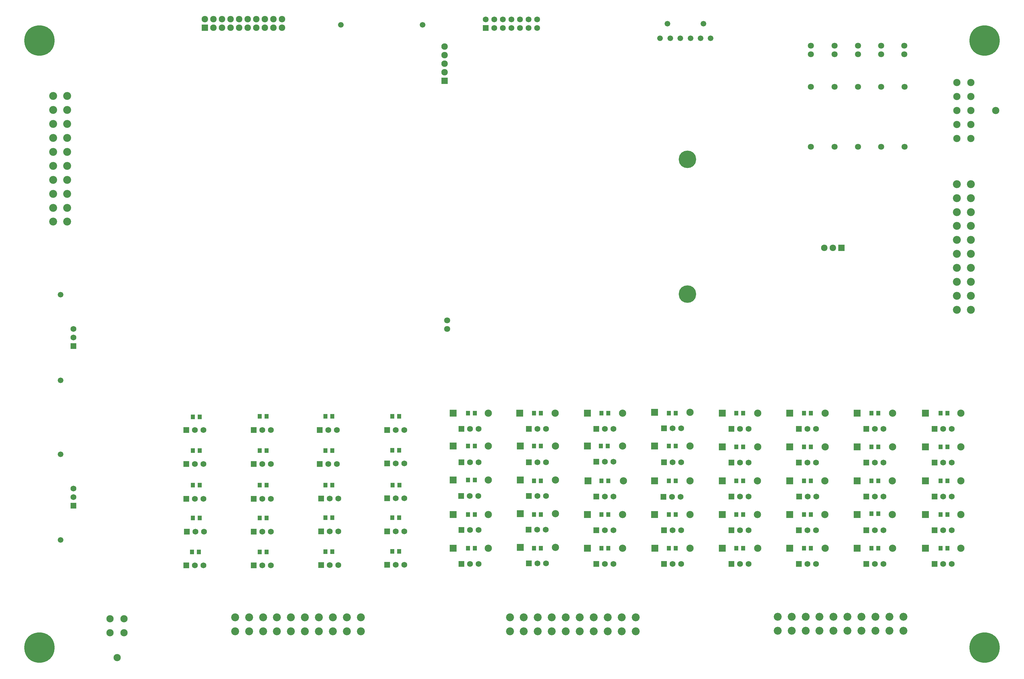
<source format=gbr>
%TF.GenerationSoftware,Altium Limited,Altium Designer,18.0.11 (651)*%
G04 Layer_Color=16711935*
%FSLAX26Y26*%
%MOIN*%
%TF.FileFunction,Soldermask,Bot*%
%TF.Part,Single*%
G01*
G75*
%TA.AperFunction,SMDPad,CuDef*%
%ADD94R,0.045906X0.055906*%
%TA.AperFunction,ComponentPad*%
%ADD95C,0.067906*%
%ADD96R,0.067906X0.067906*%
%ADD97R,0.084646X0.084646*%
%ADD98C,0.084646*%
%ADD99R,0.068898X0.068898*%
%ADD100C,0.068898*%
%ADD101C,0.065906*%
%TA.AperFunction,ViaPad*%
%ADD102C,0.065906*%
%TA.AperFunction,ComponentPad*%
%ADD103C,0.075906*%
%ADD104R,0.075906X0.075906*%
%ADD105R,0.068898X0.068898*%
%ADD106C,0.070866*%
%ADD107C,0.070906*%
%TA.AperFunction,ViaPad*%
%ADD108C,0.204725*%
%ADD109C,0.354331*%
%TA.AperFunction,ComponentPad*%
%ADD110R,0.075906X0.075906*%
%ADD111C,0.092520*%
%ADD112C,0.005906*%
D94*
X2960472Y1906299D02*
D03*
X3040472D02*
D03*
X2960471Y1512598D02*
D03*
X3040471D02*
D03*
X2173070D02*
D03*
X2253070D02*
D03*
X2180944Y1906299D02*
D03*
X2260944D02*
D03*
X2180944Y2292126D02*
D03*
X2260944D02*
D03*
X2960472D02*
D03*
X3040472D02*
D03*
X2960472Y2693701D02*
D03*
X3040472D02*
D03*
X2960472Y3095276D02*
D03*
X3040472D02*
D03*
X2180944Y3087401D02*
D03*
X2260944D02*
D03*
X2180944Y2693701D02*
D03*
X2260944D02*
D03*
X4507874Y2698032D02*
D03*
X4587874D02*
D03*
X4510709Y2291338D02*
D03*
X4590709D02*
D03*
X4507874Y1516929D02*
D03*
X4587874D02*
D03*
X4507874Y1910630D02*
D03*
X4587874D02*
D03*
X3729213Y1512992D02*
D03*
X3809213D02*
D03*
X3729213Y1910630D02*
D03*
X3809213D02*
D03*
X3729213Y2292520D02*
D03*
X3809213D02*
D03*
X3729213Y2696032D02*
D03*
X3809213D02*
D03*
X3729213Y3095669D02*
D03*
X3809213D02*
D03*
X4507874D02*
D03*
X4587874D02*
D03*
X10177165Y3129921D02*
D03*
X10097165D02*
D03*
X10178425Y2736220D02*
D03*
X10098425D02*
D03*
X6241417Y1948819D02*
D03*
X6161417D02*
D03*
X6241417Y1555118D02*
D03*
X6161417D02*
D03*
X7027559Y3129921D02*
D03*
X6947559D02*
D03*
X7021654Y2746063D02*
D03*
X6941654D02*
D03*
X10984252Y1555118D02*
D03*
X10904252D02*
D03*
X9392132Y3129921D02*
D03*
X9312132D02*
D03*
X9392132Y2736220D02*
D03*
X9312132D02*
D03*
X10984252Y3129921D02*
D03*
X10904252D02*
D03*
X7816221Y1555118D02*
D03*
X7736221D02*
D03*
X8602362Y2736220D02*
D03*
X8522362D02*
D03*
X10985512D02*
D03*
X10905512D02*
D03*
X6241417Y3129921D02*
D03*
X6161417D02*
D03*
X8602362Y2342520D02*
D03*
X8522362D02*
D03*
X10984252D02*
D03*
X10904252D02*
D03*
X6241417Y2746063D02*
D03*
X6161417D02*
D03*
X8603622Y1948819D02*
D03*
X8523622D02*
D03*
X9392132Y1555118D02*
D03*
X9312132D02*
D03*
X8603622D02*
D03*
X8523622D02*
D03*
X10984252Y1948819D02*
D03*
X10904252D02*
D03*
X7028819Y2342520D02*
D03*
X6948819D02*
D03*
X6241417D02*
D03*
X6161417D02*
D03*
X7028819Y1948819D02*
D03*
X6948819D02*
D03*
X7027559Y1555118D02*
D03*
X6947559D02*
D03*
X5473701Y3129921D02*
D03*
X5393701D02*
D03*
X10178425Y2342520D02*
D03*
X10098425D02*
D03*
X5472441Y2746063D02*
D03*
X5392441D02*
D03*
X7816221Y3129921D02*
D03*
X7736221D02*
D03*
X10177165Y1958661D02*
D03*
X10097165D02*
D03*
X5473701Y2352362D02*
D03*
X5393701D02*
D03*
X10178425Y1555118D02*
D03*
X10098425D02*
D03*
X5472441Y1948819D02*
D03*
X5392441D02*
D03*
X7816221Y2342520D02*
D03*
X7736221D02*
D03*
X8603622Y3129921D02*
D03*
X8523622D02*
D03*
X5472441Y1555118D02*
D03*
X5392441D02*
D03*
X7816221Y1948819D02*
D03*
X7736221D02*
D03*
X9391024D02*
D03*
X9311024D02*
D03*
X7816221Y2746063D02*
D03*
X7736221D02*
D03*
X9391024Y2342520D02*
D03*
X9311024D02*
D03*
D95*
X5697244Y7628346D02*
D03*
X5797244D02*
D03*
X5697244Y7728346D02*
D03*
X6197244Y7628346D02*
D03*
Y7728346D02*
D03*
X6097244Y7628346D02*
D03*
Y7728346D02*
D03*
X5997244Y7628346D02*
D03*
Y7728346D02*
D03*
X5897244Y7628346D02*
D03*
Y7728346D02*
D03*
X5797244D02*
D03*
X5597244D02*
D03*
D96*
Y7628346D02*
D03*
D97*
X10729134Y1555118D02*
D03*
Y1948819D02*
D03*
Y2342520D02*
D03*
Y2736220D02*
D03*
Y3129921D02*
D03*
X9933465Y1555118D02*
D03*
X9931890Y1948819D02*
D03*
Y2342520D02*
D03*
X9933465Y2736220D02*
D03*
Y3129921D02*
D03*
X9146063Y1555118D02*
D03*
X9144488Y1948819D02*
D03*
Y2342520D02*
D03*
X9146063Y2736220D02*
D03*
Y3129921D02*
D03*
X8358661Y1555118D02*
D03*
X8357087Y1948819D02*
D03*
Y2342520D02*
D03*
X8358661Y2736220D02*
D03*
Y3129921D02*
D03*
X7571260Y1555118D02*
D03*
X7569685Y1948819D02*
D03*
Y2342520D02*
D03*
Y2746063D02*
D03*
Y3139764D02*
D03*
X6783858Y1555118D02*
D03*
Y1948819D02*
D03*
X6792126Y2342520D02*
D03*
X6783858Y2746063D02*
D03*
Y3129921D02*
D03*
X6000787Y1564961D02*
D03*
Y1958661D02*
D03*
Y2352362D02*
D03*
Y2746063D02*
D03*
X5996457Y3129921D02*
D03*
X5217323Y1555118D02*
D03*
Y1948819D02*
D03*
Y2352362D02*
D03*
Y2746063D02*
D03*
Y3129921D02*
D03*
D98*
X11140945Y1555118D02*
D03*
Y1948819D02*
D03*
Y2342520D02*
D03*
Y2736220D02*
D03*
Y3129921D02*
D03*
X10345276Y1555118D02*
D03*
X10343701Y1948819D02*
D03*
Y2342520D02*
D03*
X10345276Y2736220D02*
D03*
Y3129921D02*
D03*
X9557874Y1555118D02*
D03*
X9556299Y1948819D02*
D03*
Y2342520D02*
D03*
X9557874Y2736220D02*
D03*
Y3129921D02*
D03*
X8770472Y1555118D02*
D03*
X8768898Y1948819D02*
D03*
Y2342520D02*
D03*
X8770472Y2736220D02*
D03*
Y3129921D02*
D03*
X7983071Y1555118D02*
D03*
X7981496Y1948819D02*
D03*
Y2342520D02*
D03*
Y2746063D02*
D03*
Y3139764D02*
D03*
X7195669Y1555118D02*
D03*
Y1948819D02*
D03*
X7203937Y2342520D02*
D03*
X7195669Y2746063D02*
D03*
Y3129921D02*
D03*
X6412598Y1564961D02*
D03*
Y1958661D02*
D03*
Y2352362D02*
D03*
Y2746063D02*
D03*
X6408268Y3129921D02*
D03*
X5629134Y1555118D02*
D03*
Y1948819D02*
D03*
Y2352362D02*
D03*
Y2746063D02*
D03*
Y3129921D02*
D03*
X11548819Y6664567D02*
D03*
X11259843Y6990551D02*
D03*
Y6827559D02*
D03*
Y6664567D02*
D03*
Y6501575D02*
D03*
Y6338583D02*
D03*
X11096850D02*
D03*
Y6990551D02*
D03*
Y6827559D02*
D03*
Y6664567D02*
D03*
Y6501575D02*
D03*
X1214961Y730693D02*
D03*
X1377953D02*
D03*
Y567701D02*
D03*
X1214961D02*
D03*
X1298425Y278724D02*
D03*
D99*
X10039370Y1371653D02*
D03*
Y1765354D02*
D03*
Y2159055D02*
D03*
Y2552756D02*
D03*
Y2946456D02*
D03*
X8464567Y1371653D02*
D03*
Y1765354D02*
D03*
Y2159055D02*
D03*
Y2552756D02*
D03*
X6889764Y1371653D02*
D03*
Y1765354D02*
D03*
X6888189Y2159055D02*
D03*
X6889764Y2564961D02*
D03*
X6888189Y2946456D02*
D03*
X5314961Y1371653D02*
D03*
Y1768504D02*
D03*
X5313386Y2165354D02*
D03*
X5314961Y2559055D02*
D03*
Y2946456D02*
D03*
X4449213Y1362599D02*
D03*
Y1751575D02*
D03*
Y2137008D02*
D03*
Y2545351D02*
D03*
X3677871Y1356299D02*
D03*
Y1750000D02*
D03*
Y2133859D02*
D03*
X3660631Y2537402D02*
D03*
X3661812Y2934252D02*
D03*
X4449213D02*
D03*
X7677165Y2952756D02*
D03*
Y2559055D02*
D03*
X7672366Y2155512D02*
D03*
X7677165Y1765354D02*
D03*
Y1371653D02*
D03*
X6100787Y2946456D02*
D03*
X6102362Y2559055D02*
D03*
Y2165354D02*
D03*
X6097562Y1771654D02*
D03*
X6102362Y1377953D02*
D03*
X10835039Y2946456D02*
D03*
Y2552756D02*
D03*
Y2159055D02*
D03*
Y1765354D02*
D03*
Y1371653D02*
D03*
X9251969Y2946456D02*
D03*
Y2552756D02*
D03*
X9255118Y2159055D02*
D03*
X9251969Y1765354D02*
D03*
Y1371653D02*
D03*
X8464567Y2946456D02*
D03*
X2892126Y2933071D02*
D03*
Y2536220D02*
D03*
Y2132677D02*
D03*
Y1748819D02*
D03*
Y1355118D02*
D03*
X2104724Y2933071D02*
D03*
Y2536220D02*
D03*
Y2132677D02*
D03*
X2113469Y1748819D02*
D03*
X2104724Y1355118D02*
D03*
D100*
X10139370Y1371653D02*
D03*
X10239370D02*
D03*
X10139370Y1765354D02*
D03*
X10239370D02*
D03*
X10139370Y2159055D02*
D03*
X10239370D02*
D03*
X10139370Y2552756D02*
D03*
X10239370D02*
D03*
X10139370Y2946456D02*
D03*
X10239370D02*
D03*
X8564567Y1371653D02*
D03*
X8664567D02*
D03*
X8564567Y1765354D02*
D03*
X8664567D02*
D03*
X8564567Y2159055D02*
D03*
X8664567D02*
D03*
X8564567Y2552756D02*
D03*
X8664567D02*
D03*
X6989764Y1371653D02*
D03*
X7089764D02*
D03*
X6989764Y1765354D02*
D03*
X7089764D02*
D03*
X6988189Y2159055D02*
D03*
X7088189D02*
D03*
X6989764Y2564961D02*
D03*
X7089764D02*
D03*
X6988189Y2946456D02*
D03*
X7088189D02*
D03*
X5414961Y1371653D02*
D03*
X5514961D02*
D03*
X5414961Y1768504D02*
D03*
X5514961D02*
D03*
X5413386Y2165354D02*
D03*
X5513386D02*
D03*
X5414961Y2559055D02*
D03*
X5514961D02*
D03*
X5414961Y2946456D02*
D03*
X5514961D02*
D03*
X4549213Y1362599D02*
D03*
X4649213D02*
D03*
X4549213Y1751575D02*
D03*
X4649213D02*
D03*
X4549213Y2137008D02*
D03*
X4649213D02*
D03*
X4549213Y2545351D02*
D03*
X4649213D02*
D03*
X3777871Y1356299D02*
D03*
X3877871D02*
D03*
X3777871Y1750000D02*
D03*
X3877871D02*
D03*
X3777871Y2133859D02*
D03*
X3877871D02*
D03*
X3760631Y2537402D02*
D03*
X3860631D02*
D03*
X3761812Y2934252D02*
D03*
X3861812D02*
D03*
X787402Y4114173D02*
D03*
Y4014173D02*
D03*
X4549213Y2934252D02*
D03*
X4649213D02*
D03*
X7877165Y2952756D02*
D03*
X7777165D02*
D03*
X7877165Y2559055D02*
D03*
X7777165D02*
D03*
X7872366Y2155512D02*
D03*
X7772366D02*
D03*
X7877165Y1765354D02*
D03*
X7777165D02*
D03*
X7877165Y1371653D02*
D03*
X7777165D02*
D03*
X6300787Y2946456D02*
D03*
X6200787D02*
D03*
X6302362Y2559055D02*
D03*
X6202362D02*
D03*
X6302362Y2165354D02*
D03*
X6202362D02*
D03*
X6297562Y1771654D02*
D03*
X6197562D02*
D03*
X6302362Y1377953D02*
D03*
X6202362D02*
D03*
X11035039Y2946456D02*
D03*
X10935039D02*
D03*
X11035039Y2552756D02*
D03*
X10935039D02*
D03*
X11035039Y2159055D02*
D03*
X10935039D02*
D03*
X11035039Y1765354D02*
D03*
X10935039D02*
D03*
X11035039Y1371653D02*
D03*
X10935039D02*
D03*
X9451969Y2946456D02*
D03*
X9351969D02*
D03*
X9451969Y2552756D02*
D03*
X9351969D02*
D03*
X9455118Y2159055D02*
D03*
X9355118D02*
D03*
X9451969Y1765354D02*
D03*
X9351969D02*
D03*
X9451969Y1371653D02*
D03*
X9351969D02*
D03*
X8664567Y2946456D02*
D03*
X8564567D02*
D03*
X787402Y2252363D02*
D03*
Y2152363D02*
D03*
X3092126Y2933071D02*
D03*
X2992126D02*
D03*
X3092126Y2536220D02*
D03*
X2992126D02*
D03*
X3092126Y2132677D02*
D03*
X2992126D02*
D03*
X3092126Y1748819D02*
D03*
X2992126D02*
D03*
X3092126Y1355118D02*
D03*
X2992126D02*
D03*
X2304724Y2933071D02*
D03*
X2204724D02*
D03*
X2304724Y2536220D02*
D03*
X2204724D02*
D03*
X2304724Y2132677D02*
D03*
X2204724D02*
D03*
X2313469Y1748819D02*
D03*
X2213469D02*
D03*
X2304724Y1355118D02*
D03*
X2204724D02*
D03*
D101*
X7717520Y7677953D02*
D03*
X8138779D02*
D03*
X8223425Y7507874D02*
D03*
X8105315D02*
D03*
X7987205D02*
D03*
X7632874D02*
D03*
X7750984D02*
D03*
X7869095D02*
D03*
X3909449Y7665354D02*
D03*
X4862205D02*
D03*
D102*
X637795Y3514173D02*
D03*
Y4514173D02*
D03*
Y1652362D02*
D03*
Y2652362D02*
D03*
D103*
X9548031Y5061023D02*
D03*
X9648031Y5061023D02*
D03*
X5118110Y7409449D02*
D03*
X5118110Y7309449D02*
D03*
X5118110Y7109449D02*
D03*
X5118110Y7209449D02*
D03*
X2820670Y7629921D02*
D03*
X3220670Y7729921D02*
D03*
Y7629921D02*
D03*
X3120670Y7729921D02*
D03*
Y7629921D02*
D03*
X3020670Y7729921D02*
D03*
Y7629921D02*
D03*
X2920670Y7729921D02*
D03*
Y7629921D02*
D03*
X2820670Y7729921D02*
D03*
X2520669Y7729921D02*
D03*
X2420669Y7729921D02*
D03*
X2420669Y7629922D02*
D03*
X2520669Y7629921D02*
D03*
X2620670Y7629922D02*
D03*
X2720669Y7729922D02*
D03*
X2720670Y7629922D02*
D03*
X2320670Y7729922D02*
D03*
X2620670Y7729922D02*
D03*
D104*
X9748031Y5061024D02*
D03*
D105*
X787402Y3914173D02*
D03*
Y2052363D02*
D03*
D106*
X10485748Y6942205D02*
D03*
Y6242205D02*
D03*
X10212008Y6942205D02*
D03*
Y6242205D02*
D03*
X9943314Y6941682D02*
D03*
Y6241682D02*
D03*
X9667723Y6941682D02*
D03*
Y6241682D02*
D03*
X9392132Y6941682D02*
D03*
Y6241682D02*
D03*
D107*
X5147638Y4114173D02*
D03*
Y4214173D02*
D03*
X10483077Y7421260D02*
D03*
Y7321260D02*
D03*
X10212014Y7421260D02*
D03*
Y7321260D02*
D03*
X9943314Y7421260D02*
D03*
Y7321260D02*
D03*
X9667723Y7421260D02*
D03*
Y7321260D02*
D03*
X9392132Y7421260D02*
D03*
Y7321260D02*
D03*
D108*
X7952756Y6094488D02*
D03*
Y4519685D02*
D03*
D109*
X11417323Y393701D02*
D03*
Y7480315D02*
D03*
X393701D02*
D03*
Y393701D02*
D03*
D110*
X5118111Y7009449D02*
D03*
X2320670Y7629921D02*
D03*
D111*
X551181Y5366142D02*
D03*
Y5529134D02*
D03*
Y6181102D02*
D03*
Y6018110D02*
D03*
Y5692126D02*
D03*
Y5855118D02*
D03*
Y6507087D02*
D03*
Y6344095D02*
D03*
Y6670079D02*
D03*
Y6833071D02*
D03*
X714173D02*
D03*
Y6670079D02*
D03*
Y6344095D02*
D03*
Y6507087D02*
D03*
Y5855118D02*
D03*
Y5692126D02*
D03*
Y6018110D02*
D03*
Y6181102D02*
D03*
Y5529134D02*
D03*
Y5366142D02*
D03*
X11259843Y5805118D02*
D03*
Y5642126D02*
D03*
Y4990158D02*
D03*
Y5153150D02*
D03*
Y5479134D02*
D03*
Y5316142D02*
D03*
Y4664173D02*
D03*
Y4827166D02*
D03*
Y4501181D02*
D03*
Y4338189D02*
D03*
X11096850D02*
D03*
Y4501181D02*
D03*
Y4827166D02*
D03*
Y4664173D02*
D03*
Y5316142D02*
D03*
Y5479134D02*
D03*
Y5153150D02*
D03*
Y4990158D02*
D03*
Y5642126D02*
D03*
Y5805118D02*
D03*
X7347638Y585039D02*
D03*
X7184646D02*
D03*
X6532677D02*
D03*
X6695669D02*
D03*
X7021654D02*
D03*
X6858661D02*
D03*
X6206693D02*
D03*
X6369685D02*
D03*
X6043701D02*
D03*
X5880709D02*
D03*
Y748032D02*
D03*
X6043701D02*
D03*
X6369685D02*
D03*
X6206693D02*
D03*
X6858661D02*
D03*
X7021654D02*
D03*
X6695669D02*
D03*
X6532677D02*
D03*
X7184646D02*
D03*
X7347638D02*
D03*
X10471654Y590551D02*
D03*
X10308661D02*
D03*
X9656693D02*
D03*
X9819685D02*
D03*
X10145669D02*
D03*
X9982677D02*
D03*
X9330709D02*
D03*
X9493701D02*
D03*
X9167717D02*
D03*
X9004724D02*
D03*
Y753543D02*
D03*
X9167717D02*
D03*
X9493701D02*
D03*
X9330709D02*
D03*
X9982677D02*
D03*
X10145669D02*
D03*
X9819685D02*
D03*
X9656693D02*
D03*
X10308661D02*
D03*
X10471654D02*
D03*
X4141340Y585039D02*
D03*
X3978348D02*
D03*
X3326379D02*
D03*
X3489371D02*
D03*
X3815356D02*
D03*
X3652363D02*
D03*
X3000395D02*
D03*
X3163387D02*
D03*
X2837403D02*
D03*
X2674411D02*
D03*
Y748032D02*
D03*
X2837403D02*
D03*
X3163387D02*
D03*
X3000395D02*
D03*
X3652363D02*
D03*
X3815356D02*
D03*
X3489371D02*
D03*
X3326379D02*
D03*
X3978348D02*
D03*
X4141340D02*
D03*
D112*
X262205Y6507087D02*
D03*
Y5692126D02*
D03*
X11548819Y4664173D02*
D03*
Y5479134D02*
D03*
X6206693Y296063D02*
D03*
X7021654D02*
D03*
X9330709Y301575D02*
D03*
X10145669D02*
D03*
X3000395Y296063D02*
D03*
X3815356D02*
D03*
%TF.MD5,910550a3c2bd243e2a8f836883a2556e*%
M02*

</source>
